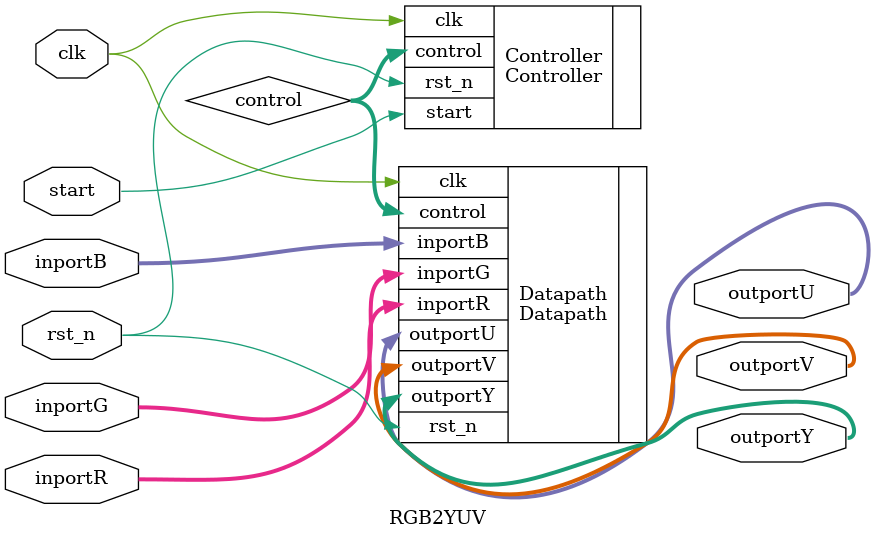
<source format=v>
`timescale 1ns/1ps
`define bits 9

module RGB2YUV (start, clk, rst_n, inportR, inportG, inportB, outportY, outportU, outportV);
    input start, clk, rst_n;
    input [`bits-1:0] inportR, inportG, inportB;
    output [`bits-1:0] outportY, outportU, outportV;
    wire [15:0] control;
    
    Controller Controller( .start(start), .rst_n(rst_n), .clk(clk), .control(control) );
    Datapath Datapath( .inportR(inportR), .inportG(inportG), .inportB(inportB), .control(control), .clk(clk),
    .rst_n(rst_n), .outportY(outportY), .outportU(outportU), .outportV(outportV)  );
endmodule

</source>
